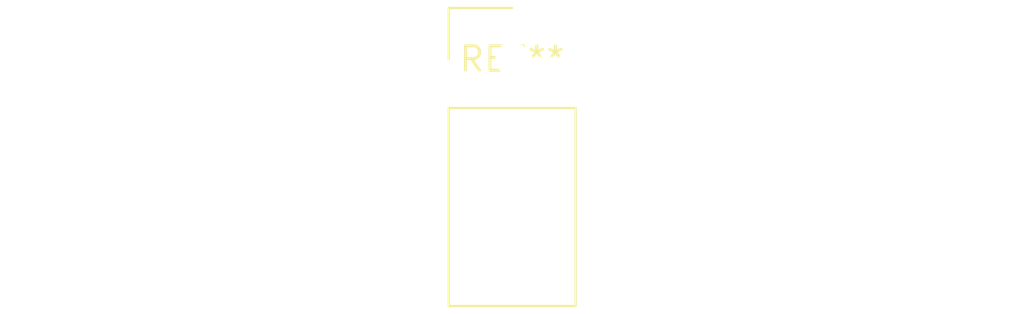
<source format=kicad_pcb>
(kicad_pcb (version 20240108) (generator pcbnew)
  (layers (0 "F.Cu" signal) (31 "B.Cu" signal) (34 "B.Paste" user) (35 "F.Paste" user) (36 "B.SilkS" user "B.Silkscreen") (37 "F.SilkS" user "F.Silkscreen") (38 "B.Mask" user) (39 "F.Mask" user) (44 "Edge.Cuts" user))
  (net 0 "")
  (footprint "Samtec_HPM-03-05-x-S_Straight_1x03_Pitch5.08mm" (layer "F.Cu") (at 0 0)
    (property "Reference" "REF**")
    (property "Value" "Samtec_HPM-03-05-x-S_Straight_1x03_Pitch5.08mm")
    (fp_line (start -3.285 -2.65) (end 0 -2.65) (layer "F.SilkS") (stroke (width 0.12)))
    (fp_line (start -3.285 0) (end -3.285 -2.65) (layer "F.SilkS") (stroke (width 0.12)))
    (fp_line (start -3.285 2.54) (end -3.285 12.81) (layer "F.SilkS") (stroke (width 0.12)))
    (fp_line (start -3.285 2.54) (end 3.285 2.54) (layer "F.SilkS") (stroke (width 0.12)))
    (fp_line (start -3.285 12.81) (end 3.285 12.81) (layer "F.SilkS") (stroke (width 0.12)))
    (fp_line (start 3.285 2.54) (end 3.285 12.81) (layer "F.SilkS") (stroke (width 0.12)))
    (pad "1" thru_hole rect (at 0 0) (size 2.8 2.8) (drill 1.75) (layers *.Cu *.Mask) (remove_unused_layers))
    (pad "2" thru_hole circle (at 0 5.08) (size 2.8 2.8) (drill 1.75) (layers *.Cu *.Mask) (remove_unused_layers))
    (pad "3" thru_hole circle (at 0 10.16) (size 2.8 2.8) (drill 1.75) (layers *.Cu *.Mask) (remove_unused_layers))
  )
)
</source>
